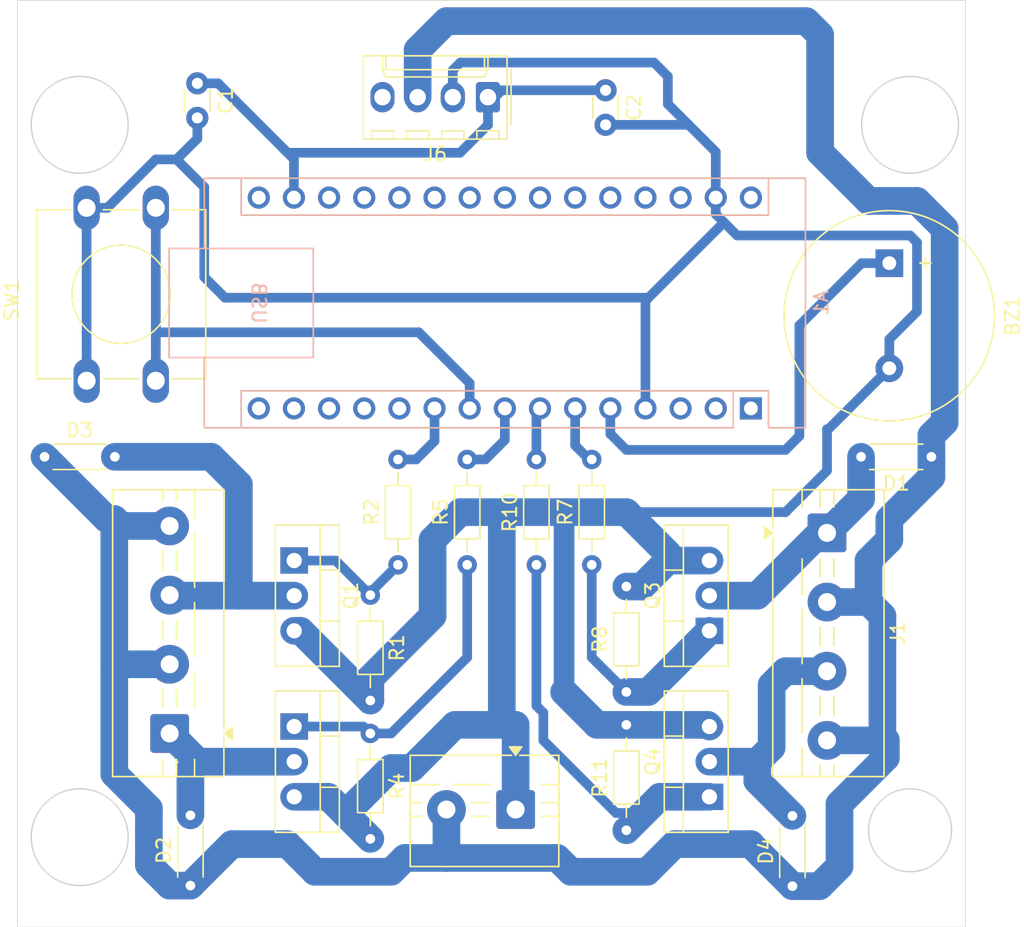
<source format=kicad_pcb>
(kicad_pcb (version 20241229) (generator "pcbnew") (generator_version "9.0")
  (layers (0 "F.Cu" signal) (2 "B.Cu" signal) (13 "F.Paste" user) (15 "B.Paste" user) (5 "F.SilkS" user "F.Silkscreen") (7 "B.SilkS" user "B.Silkscreen") (1 "F.Mask" user) (3 "B.Mask" user) (25 "Edge.Cuts" user))
  (net 0 "")
  (net 7 "Net-(A1-D6)")
  (net 11 "Net-(A1-D4)")
  (net 13 "Net-(A1-D7)")
  (net 19 "Net-(A1-D5)")
  (net 21 "/GND")
  (net 24 "Net-(A1-D2)")
  (net 26 "/+3.3V")
  (net 29 "Net-(A1-D3)")
  (net 30 "/+48V")
  (net 31 "Net-(D2-A)")
  (net 32 "Net-(D3-A)")
  (net 33 "Net-(Q1-G)")
  (net 34 "Net-(Q2-G)")
  (net 35 "Net-(Q3-G)")
  (net 36 "Net-(Q4-G)")
  (net 37 "Net-(D1-A)")
  (net 38 "Net-(D4-A)")
  (footprint "" (layer "F.Cu") (at 30 59)
    (property "Reference" "" (at 0 0 0) (layer "F.SilkS") (effects (font (size 1.27 1.27))))
    (property "Value" "")
    (pad "" np_thru_hole circle (at 0 0) (size 2.1 2.1) (drill 2.1) (layers "*.Cu" "*.Mask"))
  )
  (footprint "" (layer "F.Cu") (at 44.5 26)
    (property "Reference" "" (at 0 0 0) (layer "F.SilkS") (effects (font (size 1.27 1.27))))
    (property "Value" "")
    (pad "" np_thru_hole circle (at 0 0) (size 2.1 2.1) (drill 2.1) (layers "*.Cu" "*.Mask"))
  )
  (footprint "Resistor_THT:R_Axial_DIN0204_L3.6mm_D1.6mm_P7.62mm_Horizontal" (layer "F.Cu") (at 52.5 74 -90)
    (property "Reference" "R4" (at 3.81 -1.92 90) (layer "F.SilkS"))
    (property "Value" "10K")
    (fp_line (start 0.94 0) (end 1.89 0) (stroke (width 0.12)) (layer "F.SilkS"))
    (fp_line (start 6.68 0) (end 5.73 0) (stroke (width 0.12)) (layer "F.SilkS"))
    (fp_rect (start 1.89 -0.92) (end 5.73 0.92) (stroke (width 0.12)) (fill no) (layer "F.SilkS"))
    (pad "1" thru_hole circle (at 0 0 270) (size 1.4 1.4) (drill 0.7) (layers "*.Cu" "*.Mask") (net 34 "Net-(Q2-G)"))
    (pad "2" thru_hole circle (at 7.62 0 270) (size 1.4 1.4) (drill 0.7) (layers "*.Cu" "*.Mask") (net 21 "/GND"))
  )
  (footprint "" (layer "F.Cu") (at 91.5 81)
    (property "Reference" "" (at 0 0 0) (layer "F.SilkS") (effects (font (size 1.27 1.27))))
    (property "Value" "")
    (pad "" np_thru_hole circle (at 0 0) (size 2.1 2.1) (drill 2.1) (layers "*.Cu" "*.Mask"))
  )
  (footprint "TerminalBlock:TerminalBlock_MaiXu_MX126-5.0-04P_1x04_P5.00mm" (layer "F.Cu") (at 38 74 90)
    (property "Reference" "J4" (hide yes))
    (property "Value" "Conn_01x04")
    (fp_line (start 17.62 -4.12) (end 17.62 3.92) (stroke (width 0.12)) (layer "F.SilkS"))
    (fp_line (start -3.12 -4.12) (end 17.62 -4.12) (stroke (width 0.12)) (layer "F.SilkS"))
    (fp_line (start 16.812 -0.5) (end 17.62 -0.5) (stroke (width 0.12)) (layer "F.SilkS"))
    (fp_line (start 11.812 -0.5) (end 13.188 -0.5) (stroke (width 0.12)) (layer "F.SilkS"))
    (fp_line (start 6.812 -0.5) (end 8.188 -0.5) (stroke (width 0.12)) (layer "F.SilkS"))
    (fp_line (start 1.88 -0.5) (end 3.188 -0.5) (stroke (width 0.12)) (layer "F.SilkS"))
    (fp_line (start -3.12 -0.5) (end -1.88 -0.5) (stroke (width 0.12)) (layer "F.SilkS"))
    (fp_line (start 16.812 0.5) (end 17.62 0.5) (stroke (width 0.12)) (layer "F.SilkS"))
    (fp_line (start 11.812 0.5) (end 13.188 0.5) (stroke (width 0.12)) (layer "F.SilkS"))
    (fp_line (start 6.812 0.5) (end 8.188 0.5) (stroke (width 0.12)) (layer "F.SilkS"))
    (fp_line (start 1.88 0.5) (end 3.188 0.5) (stroke (width 0.12)) (layer "F.SilkS"))
    (fp_line (start -3.12 0.5) (end -1.88 0.5) (stroke (width 0.12)) (layer "F.SilkS"))
    (fp_line (start 15.543 1.8) (end 17.62 1.8) (stroke (width 0.12)) (layer "F.SilkS"))
    (fp_line (start 10.543 1.8) (end 14.457 1.8) (stroke (width 0.12)) (layer "F.SilkS"))
    (fp_line (start 5.543 1.8) (end 9.457 1.8) (stroke (width 0.12)) (layer "F.SilkS"))
    (fp_line (start 1.88 1.8) (end 4.457 1.8) (stroke (width 0.12)) (layer "F.SilkS"))
    (fp_line (start -3.12 1.8) (end -1.88 1.8) (stroke (width 0.12)) (layer "F.SilkS"))
    (fp_line (start 17.62 3.92) (end 0.3 3.92) (stroke (width 0.12)) (layer "F.SilkS"))
    (fp_line (start -0.3 3.92) (end -3.12 3.92) (stroke (width 0.12)) (layer "F.SilkS"))
    (fp_line (start -3.12 3.92) (end -3.12 -4.12) (stroke (width 0.12)) (layer "F.SilkS"))
    (fp_poly (pts (xy 0 3.92) (xy 0.44 4.53) (xy -0.44 4.53)) (stroke (width 0.12)) (fill yes) (layer "F.SilkS"))
    (pad "1" thru_hole roundrect (at 0 0 90) (size 2.8 2.8) (drill 1.3) (layers "*.Cu" "*.Mask") (roundrect_rratio 0.089286) (net 31 "Net-(D2-A)"))
    (pad "2" thru_hole circle (at 5 0 90) (size 2.8 2.8) (drill 1.3) (layers "*.Cu" "*.Mask") (net 30 "/+48V"))
    (pad "3" thru_hole circle (at 10 0 90) (size 2.8 2.8) (drill 1.3) (layers "*.Cu" "*.Mask") (net 32 "Net-(D3-A)"))
    (pad "4" thru_hole circle (at 15 0 90) (size 2.8 2.8) (drill 1.3) (layers "*.Cu" "*.Mask") (net 30 "/+48V"))
  )
  (footprint "" (layer "F.Cu") (at 78.5 85)
    (property "Reference" "" (at 0 0 0) (layer "F.SilkS") (effects (font (size 1.27 1.27))))
    (property "Value" "")
    (pad "" np_thru_hole circle (at 0 0) (size 2.1 2.1) (drill 2.1) (layers "*.Cu" "*.Mask"))
  )
  (footprint "" (layer "F.Cu") (at 30 74.5)
    (property "Reference" "" (at 0 0 0) (layer "F.SilkS") (effects (font (size 1.27 1.27))))
    (property "Value" "")
    (pad "" np_thru_hole circle (at 0 0) (size 2.1 2.1) (drill 2.1) (layers "*.Cu" "*.Mask"))
  )
  (footprint "Resistor_THT:R_Axial_DIN0204_L3.6mm_D1.6mm_P5.08mm_Horizontal" (layer "F.Cu") (at 93.04 54 180)
    (property "Reference" "D1" (at 2.54 -1.92 180) (layer "F.SilkS"))
    (property "Value" "D")
    (fp_line (start 0.62 0.92) (end 4.46 0.92) (stroke (width 0.12)) (layer "F.SilkS"))
    (fp_line (start 0.62 -0.92) (end 4.46 -0.92) (stroke (width 0.12)) (layer "F.SilkS"))
    (pad "1" thru_hole circle (at 0 0 180) (size 1.4 1.4) (drill 0.7) (layers "*.Cu" "*.Mask") (net 30 "/+48V"))
    (pad "2" thru_hole circle (at 5.08 0 180) (size 1.4 1.4) (drill 0.7) (layers "*.Cu" "*.Mask") (net 37 "Net-(D1-A)"))
  )
  (footprint "" (layer "F.Cu") (at 93 59.5)
    (property "Reference" "" (at 0 0 0) (layer "F.SilkS") (effects (font (size 1.27 1.27))))
    (property "Value" "")
    (pad "" np_thru_hole circle (at 0 0) (size 2.1 2.1) (drill 2.1) (layers "*.Cu" "*.Mask"))
  )
  (footprint "Resistor_THT:R_Axial_DIN0204_L3.6mm_D1.6mm_P7.62mm_Horizontal" (layer "F.Cu") (at 59.5 61.81 90)
    (property "Reference" "R5" (at 3.81 -1.92 90) (layer "F.SilkS"))
    (property "Value" "100ohm")
    (fp_line (start 6.68 0) (end 5.73 0) (stroke (width 0.12)) (layer "F.SilkS"))
    (fp_line (start 0.94 0) (end 1.89 0) (stroke (width 0.12)) (layer "F.SilkS"))
    (fp_rect (start 1.89 -0.92) (end 5.73 0.92) (stroke (width 0.12)) (fill no) (layer "F.SilkS"))
    (pad "1" thru_hole circle (at 0 0 90) (size 1.4 1.4) (drill 0.7) (layers "*.Cu" "*.Mask") (net 34 "Net-(Q2-G)"))
    (pad "2" thru_hole circle (at 7.62 0 90) (size 1.4 1.4) (drill 0.7) (layers "*.Cu" "*.Mask") (net 19 "Net-(A1-D5)"))
  )
  (footprint "Connector_Molex:Molex_KK-254_AE-6410-04A_1x04_P2.54mm_Vertical" (layer "F.Cu") (at 61 28 180)
    (property "Reference" "J6" (at 3.81 -4.12 0) (layer "F.SilkS"))
    (property "Value" "Conn_01x04")
    (fp_line (start 9 2.99) (end 9 -3.03) (stroke (width 0.12)) (layer "F.SilkS"))
    (fp_line (start 9 -3.03) (end -1.38 -3.03) (stroke (width 0.12)) (layer "F.SilkS"))
    (fp_line (start 8.42 -2.43) (end 8.42 -3.03) (stroke (width 0.12)) (layer "F.SilkS"))
    (fp_line (start 7.62 1.99) (end 7.62 2.99) (stroke (width 0.12)) (layer "F.SilkS"))
    (fp_line (start 7.37 2.99) (end 7.37 1.99) (stroke (width 0.12)) (layer "F.SilkS"))
    (fp_line (start 7.37 1.46) (end 7.62 1.99) (stroke (width 0.12)) (layer "F.SilkS"))
    (fp_line (start 6.82 -2.43) (end 8.42 -2.43) (stroke (width 0.12)) (layer "F.SilkS"))
    (fp_line (start 6.82 -3.03) (end 6.82 -2.43) (stroke (width 0.12)) (layer "F.SilkS"))
    (fp_line (start 5.88 -2.43) (end 5.88 -3.03) (stroke (width 0.12)) (layer "F.SilkS"))
    (fp_line (start 4.28 -2.43) (end 5.88 -2.43) (stroke (width 0.12)) (layer "F.SilkS"))
    (fp_line (start 4.28 -3.03) (end 4.28 -2.43) (stroke (width 0.12)) (layer "F.SilkS"))
    (fp_line (start 3.34 -2.43) (end 3.34 -3.03) (stroke (width 0.12)) (layer "F.SilkS"))
    (fp_line (start 1.74 -2.43) (end 3.34 -2.43) (stroke (width 0.12)) (layer "F.SilkS"))
    (fp_line (start 1.74 -3.03) (end 1.74 -2.43) (stroke (width 0.12)) (layer "F.SilkS"))
    (fp_line (start 0.8 -2.43) (end 0.8 -3.03) (stroke (width 0.12)) (layer "F.SilkS"))
    (fp_line (start 0.25 2.99) (end 0.25 1.99) (stroke (width 0.12)) (layer "F.SilkS"))
    (fp_line (start 0.25 1.46) (end 7.37 1.46) (stroke (width 0.12)) (layer "F.SilkS"))
    (fp_line (start 0 2.99) (end 0 1.99) (stroke (width 0.12)) (layer "F.SilkS"))
    (fp_line (start 0 1.99) (end 7.62 1.99) (stroke (width 0.12)) (layer "F.SilkS"))
    (fp_line (start 0 1.99) (end 0.25 1.46) (stroke (width 0.12)) (layer "F.SilkS"))
    (fp_line (start -0.8 -2.43) (end 0.8 -2.43) (stroke (width 0.12)) (layer "F.SilkS"))
    (fp_line (start -0.8 -3.03) (end -0.8 -2.43) (stroke (width 0.12)) (layer "F.SilkS"))
    (fp_line (start -1.38 2.99) (end 9 2.99) (stroke (width 0.12)) (layer "F.SilkS"))
    (fp_line (start -1.38 -3.03) (end -1.38 2.99) (stroke (width 0.12)) (layer "F.SilkS"))
    (fp_line (start -1.67 -2) (end -1.67 2) (stroke (width 0.12)) (layer "F.SilkS"))
    (pad "1" thru_hole roundrect (at 0 0 180) (size 1.74 2.19) (drill 1.19) (layers "*.Cu" "*.Mask") (roundrect_rratio 0.143678) (net 26 "/+3.3V"))
    (pad "2" thru_hole oval (at 2.54 0 180) (size 1.74 2.19) (drill 1.19) (layers "*.Cu" "*.Mask") (net 21 "/GND"))
    (pad "3" thru_hole oval (at 5.08 0 180) (size 1.74 2.19) (drill 1.19) (layers "*.Cu" "*.Mask") (net 30 "/+48V"))
    (pad "4" thru_hole oval (at 7.62 0 180) (size 1.74 2.19) (drill 1.19) (layers "*.Cu" "*.Mask"))
  )
  (footprint "Package_TO_SOT_THT:TO-220-3_Vertical" (layer "F.Cu") (at 47 73.5 -90)
    (property "Reference" "Q2" (hide yes))
    (property "Value" "IRLB8721PBF")
    (fp_line (start -2.57 1.36) (end -2.57 -3.26) (stroke (width 0.12)) (layer "F.SilkS"))
    (fp_line (start 7.65 1.36) (end -2.57 1.36) (stroke (width 0.12)) (layer "F.SilkS"))
    (fp_line (start -2.57 -1.88) (end 7.65 -1.88) (stroke (width 0.12)) (layer "F.SilkS"))
    (fp_line (start -2.57 -3.26) (end 7.65 -3.26) (stroke (width 0.12)) (layer "F.SilkS"))
    (fp_line (start 0.69 -3.26) (end 0.69 -1.88) (stroke (width 0.12)) (layer "F.SilkS"))
    (fp_line (start 4.39 -3.26) (end 4.39 -1.88) (stroke (width 0.12)) (layer "F.SilkS"))
    (fp_line (start 7.65 -3.26) (end 7.65 1.36) (stroke (width 0.12)) (layer "F.SilkS"))
    (pad "1" thru_hole rect (at 0 0 270) (size 1.905 2) (drill 1.1) (layers "*.Cu" "*.Mask") (net 34 "Net-(Q2-G)"))
    (pad "2" thru_hole oval (at 2.54 0 270) (size 1.905 2) (drill 1.1) (layers "*.Cu" "*.Mask") (net 31 "Net-(D2-A)"))
    (pad "3" thru_hole oval (at 5.08 0 270) (size 1.905 2) (drill 1.1) (layers "*.Cu" "*.Mask") (net 21 "/GND"))
  )
  (footprint "" (layer "F.Cu") (at 63 86)
    (property "Reference" "" (at 0 0 0) (layer "F.SilkS") (effects (font (size 1.27 1.27))))
    (property "Value" "")
    (pad "" np_thru_hole circle (at 0 0) (size 2.1 2.1) (drill 2.1) (layers "*.Cu" "*.Mask"))
  )
  (footprint "" (layer "F.Cu") (at 93 74.5)
    (property "Reference" "" (at 0 0 0) (layer "F.SilkS") (effects (font (size 1.27 1.27))))
    (property "Value" "")
    (pad "" np_thru_hole circle (at 0 0) (size 2.1 2.1) (drill 2.1) (layers "*.Cu" "*.Mask"))
  )
  (footprint "" (layer "F.Cu") (at 93 64.5)
    (property "Reference" "" (at 0 0 0) (layer "F.SilkS") (effects (font (size 1.27 1.27))))
    (property "Value" "")
    (pad "" np_thru_hole circle (at 0 0) (size 2.1 2.1) (drill 2.1) (layers "*.Cu" "*.Mask"))
  )
  (footprint "" (layer "F.Cu") (at 31.5 81.5)
    (property "Reference" "" (at 0 0 0) (layer "F.SilkS") (effects (font (size 1.27 1.27))))
    (property "Value" "")
    (pad "" np_thru_hole circle (at 0 0) (size 2.1 2.1) (drill 2.1) (layers "*.Cu" "*.Mask"))
  )
  (footprint "Resistor_THT:R_Axial_DIN0204_L3.6mm_D1.6mm_P5.08mm_Horizontal" (layer "F.Cu") (at 83 85.04 90)
    (property "Reference" "D4" (at 2.54 -1.92 90) (layer "F.SilkS"))
    (property "Value" "D")
    (fp_line (start 0.62 -0.92) (end 4.46 -0.92) (stroke (width 0.12)) (layer "F.SilkS"))
    (fp_line (start 0.62 0.92) (end 4.46 0.92) (stroke (width 0.12)) (layer "F.SilkS"))
    (pad "1" thru_hole circle (at 0 0 90) (size 1.4 1.4) (drill 0.7) (layers "*.Cu" "*.Mask") (net 30 "/+48V"))
    (pad "2" thru_hole circle (at 5.08 0 90) (size 1.4 1.4) (drill 0.7) (layers "*.Cu" "*.Mask") (net 38 "Net-(D4-A)"))
  )
  (footprint "TerminalBlock:TerminalBlock_MaiXu_MX126-5.0-02P_1x02_P5.00mm" (layer "F.Cu") (at 63 79.5 180)
    (property "Reference" "J3" (hide yes))
    (property "Value" "Conn_01x02")
    (fp_line (start 7.62 3.92) (end 0.3 3.92) (stroke (width 0.12)) (layer "F.SilkS"))
    (fp_line (start 7.62 -4.12) (end 7.62 3.92) (stroke (width 0.12)) (layer "F.SilkS"))
    (fp_line (start 6.812 0.5) (end 7.62 0.5) (stroke (width 0.12)) (layer "F.SilkS"))
    (fp_line (start 6.812 -0.5) (end 7.62 -0.5) (stroke (width 0.12)) (layer "F.SilkS"))
    (fp_line (start 5.543 1.8) (end 7.62 1.8) (stroke (width 0.12)) (layer "F.SilkS"))
    (fp_line (start 1.88 1.8) (end 4.457 1.8) (stroke (width 0.12)) (layer "F.SilkS"))
    (fp_line (start 1.88 0.5) (end 3.188 0.5) (stroke (width 0.12)) (layer "F.SilkS"))
    (fp_line (start 1.88 -0.5) (end 3.188 -0.5) (stroke (width 0.12)) (layer "F.SilkS"))
    (fp_line (start -0.3 3.92) (end -3.12 3.92) (stroke (width 0.12)) (layer "F.SilkS"))
    (fp_line (start -3.12 3.92) (end -3.12 -4.12) (stroke (width 0.12)) (layer "F.SilkS"))
    (fp_line (start -3.12 1.8) (end -1.88 1.8) (stroke (width 0.12)) (layer "F.SilkS"))
    (fp_line (start -3.12 0.5) (end -1.88 0.5) (stroke (width 0.12)) (layer "F.SilkS"))
    (fp_line (start -3.12 -0.5) (end -1.88 -0.5) (stroke (width 0.12)) (layer "F.SilkS"))
    (fp_line (start -3.12 -4.12) (end 7.62 -4.12) (stroke (width 0.12)) (layer "F.SilkS"))
    (fp_poly (pts (xy 0 3.92) (xy 0.44 4.53) (xy -0.44 4.53)) (stroke (width 0.12)) (fill yes) (layer "F.SilkS"))
    (pad "1" thru_hole roundrect (at 0 0 180) (size 2.8 2.8) (drill 1.3) (layers "*.Cu" "*.Mask") (roundrect_rratio 0.089286) (net 21 "/GND"))
    (pad "2" thru_hole circle (at 5 0 180) (size 2.8 2.8) (drill 1.3) (layers "*.Cu" "*.Mask") (net 30 "/+48V"))
  )
  (footprint "" (layer "F.Cu") (at 78.5 26)
    (property "Reference" "" (at 0 0 0) (layer "F.SilkS") (effects (font (size 1.27 1.27))))
    (property "Value" "")
    (pad "" np_thru_hole circle (at 0 0) (size 2.1 2.1) (drill 2.1) (layers "*.Cu" "*.Mask"))
  )
  (footprint "Resistor_THT:R_Axial_DIN0204_L3.6mm_D1.6mm_P7.62mm_Horizontal" (layer "F.Cu") (at 68.5 61.81 90)
    (property "Reference" "R7" (at 3.81 -1.92 90) (layer "F.SilkS"))
    (property "Value" "100ohm")
    (fp_line (start 6.68 0) (end 5.73 0) (stroke (width 0.12)) (layer "F.SilkS"))
    (fp_line (start 0.94 0) (end 1.89 0) (stroke (width 0.12)) (layer "F.SilkS"))
    (fp_rect (start 1.89 -0.92) (end 5.73 0.92) (stroke (width 0.12)) (fill no) (layer "F.SilkS"))
    (pad "1" thru_hole circle (at 0 0 90) (size 1.4 1.4) (drill 0.7) (layers "*.Cu" "*.Mask") (net 35 "Net-(Q3-G)"))
    (pad "2" thru_hole circle (at 7.62 0 90) (size 1.4 1.4) (drill 0.7) (layers "*.Cu" "*.Mask") (net 29 "Net-(A1-D3)"))
  )
  (footprint "Resistor_THT:R_Axial_DIN0204_L3.6mm_D1.6mm_P7.62mm_Horizontal" (layer "F.Cu") (at 54.5 61.81 90)
    (property "Reference" "R2" (at 3.81 -1.92 90) (layer "F.SilkS"))
    (property "Value" "100ohm")
    (fp_line (start 6.68 0) (end 5.73 0) (stroke (width 0.12)) (layer "F.SilkS"))
    (fp_line (start 0.94 0) (end 1.89 0) (stroke (width 0.12)) (layer "F.SilkS"))
    (fp_rect (start 1.89 -0.92) (end 5.73 0.92) (stroke (width 0.12)) (fill no) (layer "F.SilkS"))
    (pad "1" thru_hole circle (at 0 0 90) (size 1.4 1.4) (drill 0.7) (layers "*.Cu" "*.Mask") (net 33 "Net-(Q1-G)"))
    (pad "2" thru_hole circle (at 7.62 0 90) (size 1.4 1.4) (drill 0.7) (layers "*.Cu" "*.Mask") (net 13 "Net-(A1-D7)"))
  )
  (footprint "Capacitor_THT:C_Disc_D3.0mm_W1.6mm_P2.50mm" (layer "F.Cu") (at 40 27 -90)
    (property "Reference" "C1" (at 1.25 -2.05 90) (layer "F.SilkS"))
    (property "Value" "100nF")
    (fp_line (start 2.015 0.92) (end 0.485 0.92) (stroke (width 0.12)) (layer "F.SilkS"))
    (fp_line (start 0.485 -0.92) (end 2.015 -0.92) (stroke (width 0.12)) (layer "F.SilkS"))
    (pad "1" thru_hole circle (at 0 0 270) (size 1.6 1.6) (drill 0.8) (layers "*.Cu" "*.Mask") (net 26 "/+3.3V"))
    (pad "2" thru_hole circle (at 2.5 0 270) (size 1.6 1.6) (drill 0.8) (layers "*.Cu" "*.Mask") (net 21 "/GND"))
  )
  (footprint "Package_TO_SOT_THT:TO-220-3_Vertical" (layer "F.Cu") (at 77 78.58 90)
    (property "Reference" "Q4" (at 2.54 -4.1 90) (layer "F.SilkS"))
    (property "Value" "IRLB8721PBF")
    (fp_line (start 7.65 -3.26) (end 7.65 1.36) (stroke (width 0.12)) (layer "F.SilkS"))
    (fp_line (start 4.39 -3.26) (end 4.39 -1.88) (stroke (width 0.12)) (layer "F.SilkS"))
    (fp_line (start 0.69 -3.26) (end 0.69 -1.88) (stroke (width 0.12)) (layer "F.SilkS"))
    (fp_line (start -2.57 -3.26) (end 7.65 -3.26) (stroke (width 0.12)) (layer "F.SilkS"))
    (fp_line (start -2.57 -1.88) (end 7.65 -1.88) (stroke (width 0.12)) (layer "F.SilkS"))
    (fp_line (start 7.65 1.36) (end -2.57 1.36) (stroke (width 0.12)) (layer "F.SilkS"))
    (fp_line (start -2.57 1.36) (end -2.57 -3.26) (stroke (width 0.12)) (layer "F.SilkS"))
    (pad "1" thru_hole rect (at 0 0 90) (size 1.905 2) (drill 1.1) (layers "*.Cu" "*.Mask") (net 36 "Net-(Q4-G)"))
    (pad "2" thru_hole oval (at 2.54 0 90) (size 1.905 2) (drill 1.1) (layers "*.Cu" "*.Mask") (net 38 "Net-(D4-A)"))
    (pad "3" thru_hole oval (at 5.08 0 90) (size 1.905 2) (drill 1.1) (layers "*.Cu" "*.Mask") (net 21 "/GND"))
  )
  (footprint "" (layer "F.Cu") (at 30 64.5)
    (property "Reference" "" (at 0 0 0) (layer "F.SilkS") (effects (font (size 1.27 1.27))))
    (property "Value" "")
    (pad "" np_thru_hole circle (at 0 0) (size 2.1 2.1) (drill 2.1) (layers "*.Cu" "*.Mask"))
  )
  (footprint "Button_Switch_THT:SW_PUSH-12mm" (layer "F.Cu") (at 32 48.5 90)
    (property "Reference" "SW1" (at 5.83 -5.41 90) (layer "F.SilkS"))
    (property "Value" "SW_Push")
    (fp_line (start 12.36 -3.61) (end 12.36 -1.1) (stroke (width 0.12)) (layer "F.SilkS"))
    (fp_line (start 0.14 -3.61) (end 12.36 -3.61) (stroke (width 0.12)) (layer "F.SilkS"))
    (fp_line (start 0.14 -3.61) (end 0.14 -1.1) (stroke (width 0.12)) (layer "F.SilkS"))
    (fp_line (start 12.36 1.2) (end 12.36 3.8) (stroke (width 0.12)) (layer "F.SilkS"))
    (fp_line (start 0.14 1.2) (end 0.14 3.8) (stroke (width 0.12)) (layer "F.SilkS"))
    (fp_line (start 12.36 6.1) (end 12.36 8.61) (stroke (width 0.12)) (layer "F.SilkS"))
    (fp_line (start 0.14 6.1) (end 0.14 8.61) (stroke (width 0.12)) (layer "F.SilkS"))
    (fp_line (start 12.36 8.61) (end 0.14 8.61) (stroke (width 0.12)) (layer "F.SilkS"))
    (fp_circle (center 6.25 2.5) (end 9.8 2.5) (stroke (width 0.12)) (fill no) (layer "F.SilkS"))
    (pad "1" thru_hole oval (at 0 0 90) (size 3.2 1.9) (drill 1.3) (layers "*.Cu" "*.Mask") (net 21 "/GND"))
    (pad "1" thru_hole oval (at 12.5 0 90) (size 3.2 1.9) (drill 1.3) (layers "*.Cu" "*.Mask") (net 21 "/GND"))
    (pad "2" thru_hole oval (at 0 5 90) (size 3.2 1.9) (drill 1.3) (layers "*.Cu" "*.Mask") (net 7 "Net-(A1-D6)"))
    (pad "2" thru_hole oval (at 12.5 5 90) (size 3.2 1.9) (drill 1.3) (layers "*.Cu" "*.Mask") (net 7 "Net-(A1-D6)"))
  )
  (footprint "" (layer "F.Cu") (at 44.5 85)
    (property "Reference" "" (at 0 0 0) (layer "F.SilkS") (effects (font (size 1.27 1.27))))
    (property "Value" "")
    (pad "" np_thru_hole circle (at 0 0) (size 2.1 2.1) (drill 2.1) (layers "*.Cu" "*.Mask"))
  )
  (footprint "" (layer "F.Cu") (at 93 69.5)
    (property "Reference" "" (at 0 0 0) (layer "F.SilkS") (effects (font (size 1.27 1.27))))
    (property "Value" "")
    (pad "" np_thru_hole circle (at 0 0) (size 2.1 2.1) (drill 2.1) (layers "*.Cu" "*.Mask"))
  )
  (footprint "" (layer "F.Cu") (at 31.5 30)
    (property "Reference" "" (at 0 0 0) (layer "F.SilkS") (effects (font (size 1.27 1.27))))
    (property "Value" "")
    (pad "" np_thru_hole circle (at 0 0) (size 2.1 2.1) (drill 2.1) (layers "*.Cu" "*.Mask"))
  )
  (footprint "Resistor_THT:R_Axial_DIN0204_L3.6mm_D1.6mm_P7.62mm_Horizontal" (layer "F.Cu") (at 52.5 64 -90)
    (property "Reference" "R1" (at 3.81 -1.92 90) (layer "F.SilkS"))
    (property "Value" "10K")
    (fp_line (start 0.94 0) (end 1.89 0) (stroke (width 0.12)) (layer "F.SilkS"))
    (fp_line (start 6.68 0) (end 5.73 0) (stroke (width 0.12)) (layer "F.SilkS"))
    (fp_rect (start 1.89 -0.92) (end 5.73 0.92) (stroke (width 0.12)) (fill no) (layer "F.SilkS"))
    (pad "1" thru_hole circle (at 0 0 270) (size 1.4 1.4) (drill 0.7) (layers "*.Cu" "*.Mask") (net 33 "Net-(Q1-G)"))
    (pad "2" thru_hole circle (at 7.62 0 270) (size 1.4 1.4) (drill 0.7) (layers "*.Cu" "*.Mask") (net 21 "/GND"))
  )
  (footprint "" (layer "F.Cu") (at 30 69.5)
    (property "Reference" "" (at 0 0 0) (layer "F.SilkS") (effects (font (size 1.27 1.27))))
    (property "Value" "")
    (pad "" np_thru_hole circle (at 0 0) (size 2.1 2.1) (drill 2.1) (layers "*.Cu" "*.Mask"))
  )
  (footprint "Resistor_THT:R_Axial_DIN0204_L3.6mm_D1.6mm_P7.62mm_Horizontal" (layer "F.Cu") (at 71 81 90)
    (property "Reference" "R11" (at 3.81 -1.92 90) (layer "F.SilkS"))
    (property "Value" "10K")
    (fp_line (start 6.68 0) (end 5.73 0) (stroke (width 0.12)) (layer "F.SilkS"))
    (fp_line (start 0.94 0) (end 1.89 0) (stroke (width 0.12)) (layer "F.SilkS"))
    (fp_rect (start 1.89 -0.92) (end 5.73 0.92) (stroke (width 0.12)) (fill no) (layer "F.SilkS"))
    (pad "1" thru_hole circle (at 0 0 90) (size 1.4 1.4) (drill 0.7) (layers "*.Cu" "*.Mask") (net 36 "Net-(Q4-G)"))
    (pad "2" thru_hole circle (at 7.62 0 90) (size 1.4 1.4) (drill 0.7) (layers "*.Cu" "*.Mask") (net 21 "/GND"))
  )
  (footprint "" (layer "F.Cu") (at 58 86)
    (property "Reference" "" (at 0 0 0) (layer "F.SilkS") (effects (font (size 1.27 1.27))))
    (property "Value" "")
    (pad "" np_thru_hole circle (at 0 0) (size 2.1 2.1) (drill 2.1) (layers "*.Cu" "*.Mask"))
  )
  (footprint "Buzzer_Beeper:Buzzer_15x7.5RM7.6" (layer "F.Cu") (at 90 40 -90)
    (property "Reference" "BZ1" (at 3.81 -8.89 90) (layer "F.SilkS"))
    (property "Value" "Buzzer")
    (fp_circle (center 3.8 0) (end 11.4 0) (stroke (width 0.12)) (fill no) (layer "F.SilkS"))
    (fp_text user "+" (at -0.01 -2.54 90) (layer "F.SilkS"))
    (pad "1" thru_hole rect (at 0 0 270) (size 2 2) (drill 1) (layers "*.Cu" "*.Mask") (net 24 "Net-(A1-D2)"))
    (pad "2" thru_hole circle (at 7.6 0 270) (size 2 2) (drill 1) (layers "*.Cu" "*.Mask") (net 21 "/GND"))
  )
  (footprint "Capacitor_THT:C_Disc_D3.0mm_W1.6mm_P2.50mm" (layer "F.Cu") (at 69.5 27.5 -90)
    (property "Reference" "C2" (at 1.25 -2.05 90) (layer "F.SilkS"))
    (property "Value" "C_Polarized")
    (fp_line (start 2.015 0.92) (end 0.485 0.92) (stroke (width 0.12)) (layer "F.SilkS"))
    (fp_line (start 0.485 -0.92) (end 2.015 -0.92) (stroke (width 0.12)) (layer "F.SilkS"))
    (pad "1" thru_hole circle (at 0 0 270) (size 1.6 1.6) (drill 0.8) (layers "*.Cu" "*.Mask") (net 26 "/+3.3V"))
    (pad "2" thru_hole circle (at 2.5 0 270) (size 1.6 1.6) (drill 0.8) (layers "*.Cu" "*.Mask") (net 21 "/GND"))
  )
  (footprint "Package_TO_SOT_THT:TO-220-3_Vertical" (layer "F.Cu") (at 47 61.5 -90)
    (property "Reference" "Q1" (at 2.54 -4.1 90) (layer "F.SilkS"))
    (property "Value" "IRLB8721PBF")
    (fp_line (start -2.57 1.36) (end -2.57 -3.26) (stroke (width 0.12)) (layer "F.SilkS"))
    (fp_line (start 7.65 1.36) (end -2.57 1.36) (stroke (width 0.12)) (layer "F.SilkS"))
    (fp_line (start -2.57 -1.88) (end 7.65 -1.88) (stroke (width 0.12)) (layer "F.SilkS"))
    (fp_line (start -2.57 -3.26) (end 7.65 -3.26) (stroke (width 0.12)) (layer "F.SilkS"))
    (fp_line (start 0.69 -3.26) (end 0.69 -1.88) (stroke (width 0.12)) (layer "F.SilkS"))
    (fp_line (start 4.39 -3.26) (end 4.39 -1.88) (stroke (width 0.12)) (layer "F.SilkS"))
    (fp_line (start 7.65 -3.26) (end 7.65 1.36) (stroke (width 0.12)) (layer "F.SilkS"))
    (pad "1" thru_hole rect (at 0 0 270) (size 1.905 2) (drill 1.1) (layers "*.Cu" "*.Mask") (net 33 "Net-(Q1-G)"))
    (pad "2" thru_hole oval (at 2.54 0 270) (size 1.905 2) (drill 1.1) (layers "*.Cu" "*.Mask") (net 32 "Net-(D3-A)"))
    (pad "3" thru_hole oval (at 5.08 0 270) (size 1.905 2) (drill 1.1) (layers "*.Cu" "*.Mask") (net 21 "/GND"))
  )
  (footprint "Resistor_THT:R_Axial_DIN0204_L3.6mm_D1.6mm_P5.08mm_Horizontal" (layer "F.Cu") (at 39.5 85 90)
    (property "Reference" "D2" (at 2.54 -1.92 90) (layer "F.SilkS"))
    (property "Value" "D")
    (fp_line (start 0.62 -0.92) (end 4.46 -0.92) (stroke (width 0.12)) (layer "F.SilkS"))
    (fp_line (start 0.62 0.92) (end 4.46 0.92) (stroke (width 0.12)) (layer "F.SilkS"))
    (pad "1" thru_hole circle (at 0 0 90) (size 1.4 1.4) (drill 0.7) (layers "*.Cu" "*.Mask") (net 30 "/+48V"))
    (pad "2" thru_hole circle (at 5.08 0 90) (size 1.4 1.4) (drill 0.7) (layers "*.Cu" "*.Mask") (net 31 "Net-(D2-A)"))
  )
  (footprint "Resistor_THT:R_Axial_DIN0204_L3.6mm_D1.6mm_P7.62mm_Horizontal" (layer "F.Cu") (at 71 71 90)
    (property "Reference" "R8" (at 3.81 -1.92 90) (layer "F.SilkS"))
    (property "Value" "10K")
    (fp_line (start 6.68 0) (end 5.73 0) (stroke (width 0.12)) (layer "F.SilkS"))
    (fp_line (start 0.94 0) (end 1.89 0) (stroke (width 0.12)) (layer "F.SilkS"))
    (fp_rect (start 1.89 -0.92) (end 5.73 0.92) (stroke (width 0.12)) (fill no) (layer "F.SilkS"))
    (pad "1" thru_hole circle (at 0 0 90) (size 1.4 1.4) (drill 0.7) (layers "*.Cu" "*.Mask") (net 35 "Net-(Q3-G)"))
    (pad "2" thru_hole circle (at 7.62 0 90) (size 1.4 1.4) (drill 0.7) (layers "*.Cu" "*.Mask") (net 21 "/GND"))
  )
  (footprint "" (layer "F.Cu") (at 91.5 30)
    (property "Reference" "" (at 0 0 0) (layer "F.SilkS") (effects (font (size 1.27 1.27))))
    (property "Value" "")
    (pad "" np_thru_hole circle (at 0 0) (size 2.1 2.1) (drill 2.1) (layers "*.Cu" "*.Mask"))
  )
  (footprint "Package_TO_SOT_THT:TO-220-3_Vertical" (layer "F.Cu") (at 77 66.58 90)
    (property "Reference" "Q3" (at 2.54 -4.1 90) (layer "F.SilkS"))
    (property "Value" "IRLB8721PBF")
    (fp_line (start 7.65 -3.26) (end 7.65 1.36) (stroke (width 0.12)) (layer "F.SilkS"))
    (fp_line (start 4.39 -3.26) (end 4.39 -1.88) (stroke (width 0.12)) (layer "F.SilkS"))
    (fp_line (start 0.69 -3.26) (end 0.69 -1.88) (stroke (width 0.12)) (layer "F.SilkS"))
    (fp_line (start -2.57 -3.26) (end 7.65 -3.26) (stroke (width 0.12)) (layer "F.SilkS"))
    (fp_line (start -2.57 -1.88) (end 7.65 -1.88) (stroke (width 0.12)) (layer "F.SilkS"))
    (fp_line (start 7.65 1.36) (end -2.57 1.36) (stroke (width 0.12)) (layer "F.SilkS"))
    (fp_line (start -2.57 1.36) (end -2.57 -3.26) (stroke (width 0.12)) (layer "F.SilkS"))
    (pad "1" thru_hole rect (at 0 0 90) (size 1.905 2) (drill 1.1) (layers "*.Cu" "*.Mask") (net 35 "Net-(Q3-G)"))
    (pad "2" thru_hole oval (at 2.54 0 90) (size 1.905 2) (drill 1.1) (layers "*.Cu" "*.Mask") (net 37 "Net-(D1-A)"))
    (pad "3" thru_hole oval (at 5.08 0 90) (size 1.905 2) (drill 1.1) (layers "*.Cu" "*.Mask") (net 21 "/GND"))
  )
  (footprint "Resistor_THT:R_Axial_DIN0204_L3.6mm_D1.6mm_P7.62mm_Horizontal" (layer "F.Cu") (at 64.5 61.81 90)
    (property "Reference" "R10" (at 3.81 -1.92 90) (layer "F.SilkS"))
    (property "Value" "100ohm")
    (fp_line (start 6.68 0) (end 5.73 0) (stroke (width 0.12)) (layer "F.SilkS"))
    (fp_line (start 0.94 0) (end 1.89 0) (stroke (width 0.12)) (layer "F.SilkS"))
    (fp_rect (start 1.89 -0.92) (end 5.73 0.92) (stroke (width 0.12)) (fill no) (layer "F.SilkS"))
    (pad "1" thru_hole circle (at 0 0 90) (size 1.4 1.4) (drill 0.7) (layers "*.Cu" "*.Mask") (net 36 "Net-(Q4-G)"))
    (pad "2" thru_hole circle (at 7.62 0 90) (size 1.4 1.4) (drill 0.7) (layers "*.Cu" "*.Mask") (net 11 "Net-(A1-D4)"))
  )
  (footprint "TerminalBlock:TerminalBlock_MaiXu_MX126-5.0-04P_1x04_P5.00mm" (layer "F.Cu") (at 85.5 59.5 -90)
    (property "Reference" "J1" (at 7.25 -5.12 90) (layer "F.SilkS"))
    (property "Value" "Conn_01x04")
    (fp_line (start -3.12 3.92) (end -3.12 -4.12) (stroke (width 0.12)) (layer "F.SilkS"))
    (fp_line (start -0.3 3.92) (end -3.12 3.92) (stroke (width 0.12)) (layer "F.SilkS"))
    (fp_line (start 17.62 3.92) (end 0.3 3.92) (stroke (width 0.12)) (layer "F.SilkS"))
    (fp_line (start -3.12 1.8) (end -1.88 1.8) (stroke (width 0.12)) (layer "F.SilkS"))
    (fp_line (start 1.88 1.8) (end 4.457 1.8) (stroke (width 0.12)) (layer "F.SilkS"))
    (fp_line (start 5.543 1.8) (end 9.457 1.8) (stroke (width 0.12)) (layer "F.SilkS"))
    (fp_line (start 10.543 1.8) (end 14.457 1.8) (stroke (width 0.12)) (layer "F.SilkS"))
    (fp_line (start 15.543 1.8) (end 17.62 1.8) (stroke (width 0.12)) (layer "F.SilkS"))
    (fp_line (start -3.12 0.5) (end -1.88 0.5) (stroke (width 0.12)) (layer "F.SilkS"))
    (fp_line (start 1.88 0.5) (end 3.188 0.5) (stroke (width 0.12)) (layer "F.SilkS"))
    (fp_line (start 6.812 0.5) (end 8.188 0.5) (stroke (width 0.12)) (layer "F.SilkS"))
    (fp_line (start 11.812 0.5) (end 13.188 0.5) (stroke (width 0.12)) (layer "F.SilkS"))
    (fp_line (start 16.812 0.5) (end 17.62 0.5) (stroke (width 0.12)) (layer "F.SilkS"))
    (fp_line (start -3.12 -0.5) (end -1.88 -0.5) (stroke (width 0.12)) (layer "F.SilkS"))
    (fp_line (start 1.88 -0.5) (end 3.188 -0.5) (stroke (width 0.12)) (layer "F.SilkS"))
    (fp_line (start 6.812 -0.5) (end 8.188 -0.5) (stroke (width 0.12)) (layer "F.SilkS"))
    (fp_line (start 11.812 -0.5) (end 13.188 -0.5) (stroke (width 0.12)) (layer "F.SilkS"))
    (fp_line (start 16.812 -0.5) (end 17.62 -0.5) (stroke (width 0.12)) (layer "F.SilkS"))
    (fp_line (start -3.12 -4.12) (end 17.62 -4.12) (stroke (width 0.12)) (layer "F.SilkS"))
    (fp_line (start 17.62 -4.12) (end 17.62 3.92) (stroke (width 0.12)) (layer "F.SilkS"))
    (fp_poly (pts (xy 0 3.92) (xy 0.44 4.53) (xy -0.44 4.53)) (stroke (width 0.12)) (fill yes) (layer "F.SilkS"))
    (pad "1" thru_hole roundrect (at 0 0 270) (size 2.8 2.8) (drill 1.3) (layers "*.Cu" "*.Mask") (roundrect_rratio 0.089286) (net 37 "Net-(D1-A)"))
    (pad "2" thru_hole circle (at 5 0 270) (size 2.8 2.8) (drill 1.3) (layers "*.Cu" "*.Mask") (net 30 "/+48V"))
    (pad "3" thru_hole circle (at 10 0 270) (size 2.8 2.8) (drill 1.3) (layers "*.Cu" "*.Mask") (net 38 "Net-(D4-A)"))
    (pad "4" thru_hole circle (at 15 0 270) (size 2.8 2.8) (drill 1.3) (layers "*.Cu" "*.Mask") (net 30 "/+48V"))
  )
  (footprint "Resistor_THT:R_Axial_DIN0204_L3.6mm_D1.6mm_P5.08mm_Horizontal" (layer "F.Cu") (at 28.96 54)
    (property "Reference" "D3" (at 2.54 -1.92 0) (layer "F.SilkS"))
    (property "Value" "D")
    (fp_line (start 0.62 -0.92) (end 4.46 -0.92) (stroke (width 0.12)) (layer "F.SilkS"))
    (fp_line (start 0.62 0.92) (end 4.46 0.92) (stroke (width 0.12)) (layer "F.SilkS"))
    (pad "1" thru_hole circle (at 0 0) (size 1.4 1.4) (drill 0.7) (layers "*.Cu" "*.Mask") (net 30 "/+48V"))
    (pad "2" thru_hole circle (at 5.08 0) (size 1.4 1.4) (drill 0.7) (layers "*.Cu" "*.Mask") (net 32 "Net-(D3-A)"))
  )
  (footprint "Module:Arduino_Nano" (layer "B.Cu") (at 80 50.5 90)
    (property "Reference" "A1" (at 7.62 5.08 90) (layer "B.SilkS") (effects (justify mirror)))
    (property "Value" "Arduino_Nano_v3.x")
    (fp_line (start 11.56 -42.04) (end 3.68 -42.04) (stroke (width 0.12)) (layer "B.SilkS"))
    (fp_line (start 3.68 -42.04) (end 3.68 -31.62) (stroke (width 0.12)) (layer "B.SilkS"))
    (fp_line (start 16.64 -39.5) (end 11.56 -39.5) (stroke (width 0.12)) (layer "B.SilkS"))
    (fp_line (start 16.64 -39.5) (end 16.64 3.94) (stroke (width 0.12)) (layer "B.SilkS"))
    (fp_line (start -1.4 -39.5) (end 3.68 -39.5) (stroke (width 0.12)) (layer "B.SilkS"))
    (fp_line (start 13.97 -36.83) (end 16.64 -36.83) (stroke (width 0.12)) (layer "B.SilkS"))
    (fp_line (start 1.27 -36.83) (end -1.4 -36.83) (stroke (width 0.12)) (layer "B.SilkS"))
    (fp_line (start 11.56 -31.62) (end 11.56 -42.04) (stroke (width 0.12)) (layer "B.SilkS"))
    (fp_line (start 3.68 -31.62) (end 11.56 -31.62) (stroke (width 0.12)) (layer "B.SilkS"))
    (fp_line (start 1.27 -1.27) (end 1.27 -36.83) (stroke (width 0.12)) (layer "B.SilkS"))
    (fp_line (start 1.27 -1.27) (end -1.4 -1.27) (stroke (width 0.12)) (layer "B.SilkS"))
    (fp_line (start 1.27 -1.27) (end 1.27 1.27) (stroke (width 0.12)) (layer "B.SilkS"))
    (fp_line (start -1.4 -1.27) (end -1.4 -39.5) (stroke (width 0.12)) (layer "B.SilkS"))
    (fp_line (start 13.97 1.27) (end 13.97 -36.83) (stroke (width 0.12)) (layer "B.SilkS"))
    (fp_line (start 13.97 1.27) (end 16.64 1.27) (stroke (width 0.12)) (layer "B.SilkS"))
    (fp_line (start 1.27 1.27) (end -1.4 1.27) (stroke (width 0.12)) (layer "B.SilkS"))
    (fp_line (start 16.64 3.94) (end -1.4 3.94) (stroke (width 0.12)) (layer "B.SilkS"))
    (fp_line (start -1.4 3.94) (end -1.4 1.27) (stroke (width 0.12)) (layer "B.SilkS"))
    (fp_text user "USB" (at 7.62 -35.56 270) (layer "B.SilkS") (effects (justify mirror)))
    (pad "1" thru_hole rect (at 0 0 90) (size 1.6 1.6) (drill 1) (layers "*.Cu" "*.Mask"))
    (pad "2" thru_hole oval (at 0 -2.54 90) (size 1.6 1.6) (drill 1) (layers "*.Cu" "*.Mask"))
    (pad "3" thru_hole oval (at 0 -5.08 90) (size 1.6 1.6) (drill 1) (layers "*.Cu" "*.Mask"))
    (pad "4" thru_hole oval (at 0 -7.62 90) (size 1.6 1.6) (drill 1) (layers "*.Cu" "*.Mask") (net 21 "/GND"))
    (pad "5" thru_hole oval (at 0 -10.16 90) (size 1.6 1.6) (drill 1) (layers "*.Cu" "*.Mask") (net 24 "Net-(A1-D2)"))
    (pad "6" thru_hole oval (at 0 -12.7 90) (size 1.6 1.6) (drill 1) (layers "*.Cu" "*.Mask") (net 29 "Net-(A1-D3)"))
    (pad "7" thru_hole oval (at 0 -15.24 90) (size 1.6 1.6) (drill 1) (layers "*.Cu" "*.Mask") (net 11 "Net-(A1-D4)"))
    (pad "8" thru_hole oval (at 0 -17.78 90) (size 1.6 1.6) (drill 1) (layers "*.Cu" "*.Mask") (net 19 "Net-(A1-D5)"))
    (pad "9" thru_hole oval (at 0 -20.32 90) (size 1.6 1.6) (drill 1) (layers "*.Cu" "*.Mask") (net 7 "Net-(A1-D6)"))
    (pad "10" thru_hole oval (at 0 -22.86 90) (size 1.6 1.6) (drill 1) (layers "*.Cu" "*.Mask") (net 13 "Net-(A1-D7)"))
    (pad "11" thru_hole oval (at 0 -25.4 90) (size 1.6 1.6) (drill 1) (layers "*.Cu" "*.Mask"))
    (pad "12" thru_hole oval (at 0 -27.94 90) (size 1.6 1.6) (drill 1) (layers "*.Cu" "*.Mask"))
    (pad "13" thru_hole oval (at 0 -30.48 90) (size 1.6 1.6) (drill 1) (layers "*.Cu" "*.Mask"))
    (pad "14" thru_hole oval (at 0 -33.02 90) (size 1.6 1.6) (drill 1) (layers "*.Cu" "*.Mask"))
    (pad "15" thru_hole oval (at 0 -35.56 90) (size 1.6 1.6) (drill 1) (layers "*.Cu" "*.Mask"))
    (pad "16" thru_hole oval (at 15.24 -35.56 90) (size 1.6 1.6) (drill 1) (layers "*.Cu" "*.Mask"))
    (pad "17" thru_hole oval (at 15.24 -33.02 90) (size 1.6 1.6) (drill 1) (layers "*.Cu" "*.Mask") (net 26 "/+3.3V"))
    (pad "18" thru_hole oval (at 15.24 -30.48 90) (size 1.6 1.6) (drill 1) (layers "*.Cu" "*.Mask"))
    (pad "19" thru_hole oval (at 15.24 -27.94 90) (size 1.6 1.6) (drill 1) (layers "*.Cu" "*.Mask"))
    (pad "20" thru_hole oval (at 15.24 -25.4 90) (size 1.6 1.6) (drill 1) (layers "*.Cu" "*.Mask"))
    (pad "21" thru_hole oval (at 15.24 -22.86 90) (size 1.6 1.6) (drill 1) (layers "*.Cu" "*.Mask"))
    (pad "22" thru_hole oval (at 15.24 -20.32 90) (size 1.6 1.6) (drill 1) (layers "*.Cu" "*.Mask"))
    (pad "23" thru_hole oval (at 15.24 -17.78 90) (size 1.6 1.6) (drill 1) (layers "*.Cu" "*.Mask"))
    (pad "24" thru_hole oval (at 15.24 -15.24 90) (size 1.6 1.6) (drill 1) (layers "*.Cu" "*.Mask"))
    (pad "25" thru_hole oval (at 15.24 -12.7 90) (size 1.6 1.6) (drill 1) (layers "*.Cu" "*.Mask"))
    (pad "26" thru_hole oval (at 15.24 -10.16 90) (size 1.6 1.6) (drill 1) (layers "*.Cu" "*.Mask"))
    (pad "27" thru_hole oval (at 15.24 -7.62 90) (size 1.6 1.6) (drill 1) (layers "*.Cu" "*.Mask"))
    (pad "28" thru_hole oval (at 15.24 -5.08 90) (size 1.6 1.6) (drill 1) (layers "*.Cu" "*.Mask"))
    (pad "29" thru_hole oval (at 15.24 -2.54 90) (size 1.6 1.6) (drill 1) (layers "*.Cu" "*.Mask") (net 21 "/GND"))
    (pad "30" thru_hole oval (at 15.24 0 90) (size 1.6 1.6) (drill 1) (layers "*.Cu" "*.Mask"))
  )
  (gr_rect (start 27 21) (end 95.5 88) (stroke (width 0.05)) (fill no) (layer "Edge.Cuts"))
  (gr_circle (center 91.5 30) (end 95 30) (stroke (width 0.1)) (fill no) (layer "Edge.Cuts"))
  (gr_circle (center 31.5 30) (end 35 30) (stroke (width 0.1)) (fill no) (layer "Edge.Cuts"))
  (gr_circle (center 31.5 81.5) (end 35 81.5) (stroke (width 0.1)) (fill no) (layer "Edge.Cuts"))
  (gr_circle (center 91.5 81) (end 94.5 81) (stroke (width 0.1)) (fill no) (layer "Edge.Cuts"))
  (segment (start 37 36) (end 37 45) (width 0.7) (layer "B.Cu") (net 7))
  (segment (start 59.68 48.68) (end 56 45) (width 0.7) (layer "B.Cu") (net 7))
  (segment (start 37 45) (end 37 48.5) (width 0.7) (layer "B.Cu") (net 7))
  (segment (start 59.68 50.5) (end 59.68 48.68) (width 0.7) (layer "B.Cu") (net 7))
  (segment (start 56 45) (end 37 45) (width 0.7) (layer "B.Cu") (net 7))
  (segment (start 64.5 54.19) (end 64.5 50.76) (width 0.7) (layer "B.Cu") (net 11))
  (segment (start 64.5 50.76) (end 64.76 50.5) (width 0.7) (layer "B.Cu") (net 11))
  (segment (start 55.81 54.19) (end 57.14 52.86) (width 0.7) (layer "B.Cu") (net 13))
  (segment (start 57.14 52.86) (end 57.14 50.5) (width 0.7) (layer "B.Cu") (net 13))
  (segment (start 54.5 54.19) (end 55.81 54.19) (width 0.7) (layer "B.Cu") (net 13))
  (segment (start 59.5 54.19) (end 60.81 54.19) (width 0.7) (layer "B.Cu") (net 19))
  (segment (start 60.81 54.19) (end 62.22 52.78) (width 0.7) (layer "B.Cu") (net 19))
  (segment (start 62.22 52.78) (end 62.22 50.5) (width 0.7) (layer "B.Cu") (net 19))
  (segment (start 73 25.5) (end 74 26.5) (width 0.7) (layer "B.Cu") (net 21))
  (segment (start 59 58) (end 62 58) (width 2) (layer "B.Cu") (net 21))
  (segment (start 40 31) (end 40 29.5) (width 0.7) (layer "B.Cu") (net 21))
  (segment (start 32 36) (end 33.5 36) (width 0.7) (layer "B.Cu") (net 21))
  (segment (start 40.5 34.5) (end 38.5 32.5) (width 0.7) (layer "B.Cu") (net 21))
  (segment (start 72.38 50.5) (end 72.38 42.722) (width 0.7) (layer "B.Cu") (net 21))
  (segment (start 74 61.5) (end 77 61.5) (width 2) (layer "B.Cu") (net 21))
  (segment (start 50.69 79.81) (end 54 76.5) (width 2) (layer "B.Cu") (net 21))
  (segment (start 62 58) (end 66 58) (width 2) (layer "B.Cu") (net 21))
  (segment (start 74 61) (end 74 61.5) (width 2) (layer "B.Cu") (net 21))
  (segment (start 92 43.5) (end 92 38.5) (width 0.7) (layer "B.Cu") (net 21))
  (segment (start 55.5 76.5) (end 58.62 73.38) (width 2) (layer "B.Cu") (net 21))
  (segment (start 38.5 32.5) (end 40 31) (width 0.7) (layer "B.Cu") (net 21))
  (segment (start 50.69 79.81) (end 52.5 81.62) (width 2) (layer "B.Cu") (net 21))
  (segment (start 62 73.38) (end 63 73.38) (width 2) (layer "B.Cu") (net 21))
  (segment (start 71 73.38) (end 76.88 73.38) (width 2) (layer "B.Cu") (net 21))
  (segment (start 58.46 26.04) (end 59 25.5) (width 0.7) (layer "B.Cu") (net 21))
  (segment (start 52.5 71.62) (end 52.5 70) (width 2) (layer "B.Cu") (net 21))
  (segment (start 90 47.6) (end 90 45.5) (width 0.7) (layer "B.Cu") (net 21))
  (segment (start 72.12 63.38) (end 74 61.5) (width 2) (layer "B.Cu") (net 21))
  (segment (start 82.5 58) (end 71 58) (width 0.7) (layer "B.Cu") (net 21))
  (segment (start 90 47.6) (end 85.6 52) (width 0.7) (layer "B.Cu") (net 21))
  (segment (start 72.38 42.722) (end 72.551 42.551) (width 0.7) (layer "B.Cu") (net 21))
  (segment (start 68.88 73.38) (end 66.5 71) (width 2) (layer "B.Cu") (net 21))
  (segment (start 91.5 38) (end 79 38) (width 0.7) (layer "B.Cu") (net 21))
  (segment (start 66.5 58) (end 66.5 71) (width 1.5) (layer "B.Cu") (net 21))
  (segment (start 85.5 52) (end 85.5 55) (width 0.7) (layer "B.Cu") (net 21))
  (segment (start 77.46 36.46) (end 77.46 35.26) (width 0.7) (layer "B.Cu") (net 21))
  (segment (start 47 66.58) (end 47.46 66.58) (width 2) (layer "B.Cu") (net 21))
  (segment (start 57 65.5) (end 57 60) (width 2) (layer "B.Cu") (net 21))
  (segment (start 42 42.5) (end 40.5 41) (width 0.7) (layer "B.Cu") (net 21))
  (segment (start 62 58) (end 62 73.38) (width 2) (layer "B.Cu") (net 21))
  (segment (start 90 45.5) (end 92 43.5) (width 0.7) (layer "B.Cu") (net 21))
  (segment (start 49.46 78.58) (end 50.69 79.81) (width 2) (layer "B.Cu") (net 21))
  (segment (start 37 32.5) (end 38.5 32.5) (width 0.7) (layer "B.Cu") (net 21))
  (segment (start 79 38) (end 78.051 37.051) (width 0.7) (layer "B.Cu") (net 21))
  (segment (start 58.62 73.38) (end 62 73.38) (width 2) (layer "B.Cu") (net 21))
  (segment (start 76.88 73.38) (end 77 73.5) (width 2) (layer "B.Cu") (net 21))
  (segment (start 71 58) (end 74 61) (width 2) (layer "B.Cu") (net 21))
  (segment (start 33.5 36) (end 37 32.5) (width 0.7) (layer "B.Cu") (net 21))
  (segment (start 69.5 30) (end 75.5 30) (width 0.7) (layer "B.Cu") (net 21))
  (segment (start 66.5 58) (end 71 58) (width 2) (layer "B.Cu") (net 21))
  (segment (start 72.551 42.551) (end 72.5 42.5) (width 0.7) (layer "B.Cu") (net 21))
  (segment (start 66 58) (end 66.5 58) (width 2) (layer "B.Cu") (net 21))
  (segment (start 40.5 41) (end 40.5 34.5) (width 0.7) (layer "B.Cu") (net 21))
  (segment (start 75.5 30) (end 77.46 31.96) (width 0.7) (layer "B.Cu") (net 21))
  (segment (start 59 25.5) (end 73 25.5) (width 0.7) (layer "B.Cu") (net 21))
  (segment (start 47.46 66.58) (end 52.5 71.62) (width 2) (layer "B.Cu") (net 21))
  (segment (start 52.5 70) (end 57 65.5) (width 2) (layer "B.Cu") (net 21))
  (segment (start 57 60) (end 59 58) (width 2) (layer "B.Cu") (net 21))
  (segment (start 85.5 55) (end 82.5 58) (width 0.7) (layer "B.Cu") (net 21))
  (segment (start 92 38.5) (end 91.5 38) (width 0.7) (layer "B.Cu") (net 21))
  (segment (start 74 28.5) (end 75.5 30) (width 0.7) (layer "B.Cu") (net 21))
  (segment (start 72.551 42.551) (end 78.051 37.051) (width 0.7) (layer "B.Cu") (net 21))
  (segment (start 71 63.38) (end 72.12 63.38) (width 2) (layer "B.Cu") (net 21))
  (segment (start 47 78.58) (end 49.46 78.58) (width 2) (layer "B.Cu") (net 21))
  (segment (start 77.46 31.96) (end 77.46 35.26) (width 0.7) (layer "B.Cu") (net 21))
  (segment (start 63 79.5) (end 63 73.38) (width 2) (layer "B.Cu") (net 21))
  (segment (start 71 73.38) (end 68.88 73.38) (width 2) (layer "B.Cu") (net 21))
  (segment (start 54 76.5) (end 55.5 76.5) (width 2) (layer "B.Cu") (net 21))
  (segment (start 74 26.5) (end 74 28.5) (width 0.7) (layer "B.Cu") (net 21))
  (segment (start 58.46 28) (end 58.46 26.04) (width 0.7) (layer "B.Cu") (net 21))
  (segment (start 85.6 52) (end 85.5 52) (width 0.7) (layer "B.Cu") (net 21))
  (segment (start 78.051 37.051) (end 77.46 36.46) (width 0.7) (layer "B.Cu") (net 21))
  (segment (start 32 36) (end 32 48.5) (width 0.7) (layer "B.Cu") (net 21))
  (segment (start 72.5 42.5) (end 42 42.5) (width 0.7) (layer "B.Cu") (net 21))
  (segment (start 69.84 50.5) (end 69.84 52.34) (width 0.7) (layer "B.Cu") (net 24))
  (segment (start 69.84 52.34) (end 71 53.5) (width 0.7) (layer "B.Cu") (net 24))
  (segment (start 83.5 44.5) (end 88 40) (width 0.7) (layer "B.Cu") (net 24))
  (segment (start 71 53.5) (end 82.5 53.5) (width 0.7) (layer "B.Cu") (net 24))
  (segment (start 82.5 53.5) (end 83.5 52.5) (width 0.7) (layer "B.Cu") (net 24))
  (segment (start 83.5 52.5) (end 83.5 44.5) (width 0.7) (layer "B.Cu") (net 24))
  (segment (start 88 40) (end 90 40) (width 0.7) (layer "B.Cu") (net 24))
  (segment (start 46.25 31.75) (end 46.52 32.02) (width 0.7) (layer "B.Cu") (net 26))
  (segment (start 61.5 28) (end 62 27.5) (width 0.7) (layer "B.Cu") (net 26))
  (segment (start 61 30) (end 61 28) (width 0.7) (layer "B.Cu") (net 26))
  (segment (start 58.98 32.02) (end 61 30) (width 0.7) (layer "B.Cu") (net 26))
  (segment (start 61 28) (end 61.5 28) (width 0.7) (layer "B.Cu") (net 26))
  (segment (start 41.5 27) (end 46.25 31.75) (width 0.7) (layer "B.Cu") (net 26))
  (segment (start 46.52 32.02) (end 58.98 32.02) (width 0.7) (layer "B.Cu") (net 26))
  (segment (start 46.98 32.48) (end 46.98 35.26) (width 0.7) (layer "B.Cu") (net 26))
  (segment (start 46.25 31.75) (end 46.98 32.48) (width 0.7) (layer "B.Cu") (net 26))
  (segment (start 40 27) (end 41.5 27) (width 0.7) (layer "B.Cu") (net 26))
  (segment (start 62 27.5) (end 69.5 27.5) (width 0.7) (layer "B.Cu") (net 26))
  (segment (start 67.3 53.18) (end 68.5 54.38) (width 0.7) (layer "B.Cu") (net 29))
  (segment (start 67.3 50.5) (end 67.3 53.18) (width 0.7) (layer "B.Cu") (net 29))
  (segment (start 46.5 82) (end 42.5 82) (width 2) (layer "B.Cu") (net 30))
  (segment (start 66 83) (end 58 83) (width 2) (layer "B.Cu") (net 30))
  (segment (start 48.5 84) (end 46.5 82) (width 2) (layer "B.Cu") (net 30))
  (segment (start 55.92 24.58) (end 55.92 28) (width 2) (layer "B.Cu") (net 30))
  (segment (start 83 85.04) (end 80 82.04) (width 2) (layer "B.Cu") (net 30))
  (segment (start 74.5 82) (end 72.5 84) (width 2) (layer "B.Cu") (net 30))
  (segment (start 80 82) (end 74.5 82) (width 2) (layer "B.Cu") (net 30))
  (segment (start 90 58.5) (end 93.04 55.46) (width 2) (layer "B.Cu") (net 30))
  (segment (start 88.5 64.5) (end 89.5 65.5) (width 2) (layer "B.Cu") (net 30))
  (segment (start 55 83) (end 54 84) (width 2) (layer "B.Cu") (net 30))
  (segment (start 34 76.927517) (end 34 69) (width 2) (layer "B.Cu") (net 30))
  (segment (start 93.04 54) (end 93.04 52.46) (width 2) (layer "B.Cu") (net 30))
  (segment (start 42.5 82) (end 39.5 85) (width 2) (layer "B.Cu") (net 30))
  (segment (start 89.75 74.5) (end 89.75 75.75) (width 2) (layer "B.Cu") (net 30))
  (segment (start 58 83) (end 55 83) (width 2) (layer "B.Cu") (net 30))
  (segment (start 34.5 59) (end 34 58.5) (width 2) (layer "B.Cu") (net 30))
  (segment (start 89.5 74) (end 89 74.5) (width 2) (layer "B.Cu") (net 30))
  (segment (start 39.5 85) (end 38 85) (width 2) (layer "B.Cu") (net 30))
  (segment (start 36.5 83.5) (end 36.5 79.427517) (width 2) (layer "B.Cu") (net 30))
  (segment (start 38 59) (end 34.5 59) (width 2) (layer "B.Cu") (net 30))
  (segment (start 57.999 22.501) (end 55.92 24.58) (width 2) (layer "B.Cu") (net 30))
  (segment (start 85.5 64.5) (end 88.5 64.5) (width 2) (layer "B.Cu") (net 30))
  (segment (start 88.5 61.5) (end 90 60) (width 2) (layer "B.Cu") (net 30))
  (segment (start 84.96 85.04) (end 83 85.04) (width 2) (layer "B.Cu") (net 30))
  (segment (start 93.04 55.46) (end 93.04 54) (width 2) (layer "B.Cu") (net 30))
  (segment (start 38 69) (end 34 69) (width 2) (layer "B.Cu") (net 30))
  (segment (start 93.04 52.46) (end 93.999 51.501) (width 2) (layer "B.Cu") (net 30))
  (segment (start 67 84) (end 66 83) (width 2) (layer "B.Cu") (net 30))
  (segment (start 58 79.5) (end 58 83) (width 2) (layer "B.Cu") (net 30))
  (segment (start 72.5 84) (end 67 84) (width 2) (layer "B.Cu") (net 30))
  (segment (start 89.5 65.5) (end 89.5 74) (width 2) (layer "B.Cu") (net 30))
  (segment (start 93.999 51.501) (end 93.999 37.499) (width 2) (layer "B.Cu") (net 30))
  (segment (start 93.999 37.499) (end 92 35.5) (width 2) (layer "B.Cu") (net 30))
  (segment (start 90 60) (end 90 58.5) (width 2) (layer "B.Cu") (net 30))
  (segment (start 89 74.5) (end 89.75 74.5) (width 2) (layer "B.Cu") (net 30))
  (segment (start 85 32) (end 85 23.5) (width 2) (layer "B.Cu") (net 30))
  (segment (start 84.001 22.501) (end 57.999 22.501) (width 2) (layer "B.Cu") (net 30))
  (segment (start 33.46 58.5) (end 28.96 54) (width 2) (layer "B.Cu") (net 30))
  (segment (start 85.5 74.5) (end 89 74.5) (width 2) (layer "B.Cu") (net 30))
  (segment (start 86.401 83.599) (end 84.96 85.04) (width 2) (layer "B.Cu") (net 30))
  (segment (start 88.5 64.5) (end 88.5 61.5) (width 2) (layer "B.Cu") (net 30))
  (segment (start 92 35.5) (end 88.5 35.5) (width 2) (layer "B.Cu") (net 30))
  (segment (start 89.75 75.75) (end 86.401 79.099) (width 2) (layer "B.Cu") (net 30))
  (segment (start 34 58.5) (end 33.46 58.5) (width 2) (layer "B.Cu") (net 30))
  (segment (start 80 82.04) (end 80 82) (width 2) (layer "B.Cu") (net 30))
  (segment (start 34 69) (end 34 58.5) (width 2) (layer "B.Cu") (net 30))
  (segment (start 54 84) (end 48.5 84) (width 2) (layer "B.Cu") (net 30))
  (segment (start 88.5 35.5) (end 85 32) (width 2) (layer "B.Cu") (net 30))
  (segment (start 86.401 79.099) (end 86.401 83.599) (width 2) (layer "B.Cu") (net 30))
  (segment (start 38 85) (end 36.5 83.5) (width 2) (layer "B.Cu") (net 30))
  (segment (start 36.5 79.427517) (end 34 76.927517) (width 2) (layer "B.Cu") (net 30))
  (segment (start 85 23.5) (end 84.001 22.501) (width 2) (layer "B.Cu") (net 30))
  (segment (start 39.5 79.92) (end 39.5 76.58) (width 2) (layer "B.Cu") (net 31))
  (segment (start 39.5 76.58) (end 40.04 76.04) (width 2) (layer "B.Cu") (net 31))
  (segment (start 47 76.04) (end 40.04 76.04) (width 2) (layer "B.Cu") (net 31))
  (segment (start 40.04 76.04) (end 38 74) (width 2) (layer "B.Cu") (net 31))
  (segment (start 43 64.04) (end 38.04 64.04) (width 2) (layer "B.Cu") (net 32))
  (segment (start 47 64.04) (end 43 64.04) (width 2) (layer "B.Cu") (net 32))
  (segment (start 41 54) (end 43 56) (width 2) (layer "B.Cu") (net 32))
  (segment (start 43 56) (end 43 64.04) (width 2) (layer "B.Cu") (net 32))
  (segment (start 34.04 54) (end 41 54) (width 2) (layer "B.Cu") (net 32))
  (segment (start 38.04 64.04) (end 38 64) (width 2) (layer "B.Cu") (net 32))
  (segment (start 47 61.5) (end 50 61.5) (width 0.7) (layer "B.Cu") (net 33))
  (segment (start 50 61.5) (end 52.5 64) (width 0.7) (layer "B.Cu") (net 33))
  (segment (start 52.5 63.81) (end 54.5 61.81) (width 0.7) (layer "B.Cu") (net 33))
  (segment (start 52.5 64) (end 52.5 63.81) (width 0.7) (layer "B.Cu") (net 33))
  (segment (start 52 73.5) (end 52.5 74) (width 0.7) (layer "B.Cu") (net 34))
  (segment (start 54 74) (end 59.5 68.5) (width 0.7) (layer "B.Cu") (net 34))
  (segment (start 47 73.5) (end 52 73.5) (width 0.7) (layer "B.Cu") (net 34))
  (segment (start 52.5 74) (end 54 74) (width 0.7) (layer "B.Cu") (net 34))
  (segment (start 59.5 68.5) (end 59.5 61.81) (width 0.7) (layer "B.Cu") (net 34))
  (segment (start 71 71) (end 72.58 71) (width 2) (layer "B.Cu") (net 35))
  (segment (start 68.5 61.81) (end 68.5 68.5) (width 0.7) (layer "B.Cu") (net 35))
  (segment (start 68.5 68.5) (end 71 71) (width 0.7) (layer "B.Cu") (net 35))
  (segment (start 72.58 71) (end 77 66.58) (width 2) (layer "B.Cu") (net 35))
  (segment (start 70.25 79.75) (end 72.25 79.75) (width 0.7) (layer "B.Cu") (net 36))
  (segment (start 64.5 72) (end 65 72.5) (width 0.7) (layer "B.Cu") (net 36))
  (segment (start 77 78.58) (end 73.42 78.58) (width 2) (layer "B.Cu") (net 36))
  (segment (start 65 74.5) (end 70.25 79.75) (width 0.7) (layer "B.Cu") (net 36))
  (segment (start 65 72.5) (end 65 74.5) (width 0.7) (layer "B.Cu") (net 36))
  (segment (start 73.42 78.58) (end 72.25 79.75) (width 2) (layer "B.Cu") (net 36))
  (segment (start 64.5 61.81) (end 64.5 72) (width 0.7) (layer "B.Cu") (net 36))
  (segment (start 72.25 79.75) (end 71 81) (width 2) (layer "B.Cu") (net 36))
  (segment (start 87.96 54) (end 87.96 57.04) (width 2) (layer "B.Cu") (net 37))
  (segment (start 77 64.04) (end 80.46 64.04) (width 2) (layer "B.Cu") (net 37))
  (segment (start 80.46 64.04) (end 85 59.5) (width 2) (layer "B.Cu") (net 37))
  (segment (start 87.96 57.04) (end 85.5 59.5) (width 2) (layer "B.Cu") (net 37))
  (segment (start 85 59.5) (end 85.5 59.5) (width 2) (layer "B.Cu") (net 37))
  (segment (start 80.46 76.04) (end 80.46 77.42) (width 2) (layer "B.Cu") (net 38))
  (segment (start 80.46 77.42) (end 83 79.96) (width 2) (layer "B.Cu") (net 38))
  (segment (start 81.5 75) (end 81.5 70.5) (width 2) (layer "B.Cu") (net 38))
  (segment (start 80.46 76.04) (end 81.5 75) (width 2) (layer "B.Cu") (net 38))
  (segment (start 77 76.04) (end 80.46 76.04) (width 2) (layer "B.Cu") (net 38))
  (segment (start 82.5 69.5) (end 85.5 69.5) (width 2) (layer "B.Cu") (net 38))
  (segment (start 81.5 70.5) (end 82.5 69.5) (width 2) (layer "B.Cu") (net 38))
)
</source>
